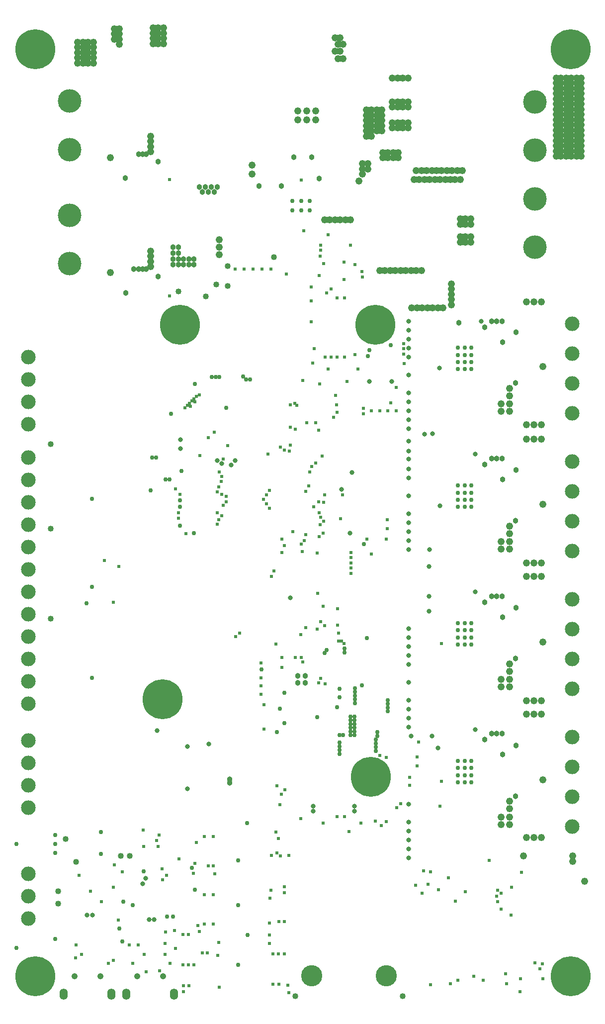
<source format=gbs>
%FSLAX25Y25*%
%MOIN*%
G70*
G01*
G75*
G04 Layer_Color=16711935*
%ADD10O,0.06102X0.01378*%
%ADD11R,0.12205X0.20079*%
%ADD12R,0.13583X0.07087*%
%ADD13R,0.02953X0.03740*%
%ADD14R,0.05500X0.05000*%
%ADD15R,0.05000X0.05500*%
%ADD16R,0.01575X0.05315*%
%ADD17R,0.11417X0.07480*%
G04:AMPARAMS|DCode=18|XSize=37.4mil|YSize=29.53mil|CornerRadius=0mil|HoleSize=0mil|Usage=FLASHONLY|Rotation=180.000|XOffset=0mil|YOffset=0mil|HoleType=Round|Shape=Octagon|*
%AMOCTAGOND18*
4,1,8,-0.01870,0.00738,-0.01870,-0.00738,-0.01132,-0.01476,0.01132,-0.01476,0.01870,-0.00738,0.01870,0.00738,0.01132,0.01476,-0.01132,0.01476,-0.01870,0.00738,0.0*
%
%ADD18OCTAGOND18*%

%ADD19R,0.03740X0.02953*%
G04:AMPARAMS|DCode=20|XSize=37.4mil|YSize=29.53mil|CornerRadius=0mil|HoleSize=0mil|Usage=FLASHONLY|Rotation=270.000|XOffset=0mil|YOffset=0mil|HoleType=Round|Shape=Octagon|*
%AMOCTAGOND20*
4,1,8,-0.00738,-0.01870,0.00738,-0.01870,0.01476,-0.01132,0.01476,0.01132,0.00738,0.01870,-0.00738,0.01870,-0.01476,0.01132,-0.01476,-0.01132,-0.00738,-0.01870,0.0*
%
%ADD20OCTAGOND20*%

%ADD21R,0.02362X0.05512*%
%ADD22O,0.06693X0.01378*%
%ADD23R,0.06299X0.03937*%
%ADD24R,0.06299X0.11811*%
%ADD25R,0.26378X0.26378*%
%ADD26R,0.11811X0.06299*%
%ADD27R,0.26378X0.26378*%
%ADD28R,0.04961X0.08071*%
%ADD29R,0.02559X0.01181*%
%ADD30R,0.02756X0.00984*%
%ADD31R,0.00984X0.02756*%
%ADD32R,0.09843X0.09843*%
%ADD33R,0.07100X0.07900*%
%ADD34O,0.08268X0.01181*%
%ADD35O,0.01181X0.08268*%
%ADD36O,0.07087X0.02362*%
%ADD37O,0.02362X0.06693*%
%ADD38O,0.06496X0.01299*%
%ADD39R,0.06299X0.15354*%
%ADD40R,0.03189X0.18110*%
%ADD41R,0.02402X0.18110*%
%ADD42R,0.16000X0.06000*%
%ADD43R,0.50394X0.13780*%
%ADD44R,0.13780X0.50394*%
%ADD45R,0.06000X0.16000*%
%ADD46O,0.06496X0.01181*%
%ADD47O,0.01181X0.06496*%
%ADD48O,0.06299X0.01772*%
%ADD49R,0.31496X0.08661*%
%ADD50R,0.06299X0.08307*%
%ADD51R,0.03150X0.02362*%
%ADD52R,0.05512X0.02362*%
%ADD53R,0.10000X0.05000*%
%ADD54R,0.01378X0.05906*%
%ADD55O,0.01378X0.05906*%
%ADD56R,0.12205X0.11811*%
%ADD57R,0.02441X0.04803*%
%ADD58R,0.10039X0.06102*%
%ADD59R,0.04803X0.02441*%
%ADD60R,0.05906X0.09843*%
%ADD61R,0.03150X0.02756*%
%ADD62O,0.00984X0.02165*%
%ADD63R,0.02362X0.04331*%
%ADD64R,0.02362X0.03150*%
%ADD65R,0.02992X0.08071*%
%ADD66R,0.07000X0.06000*%
%ADD67R,0.06300X0.10600*%
%ADD68R,0.05512X0.04724*%
%ADD69R,0.10630X0.03937*%
%ADD70R,0.03189X0.09646*%
%ADD71R,0.04331X0.03150*%
%ADD72R,0.09055X0.09252*%
%ADD73R,0.09252X0.09055*%
%ADD74R,0.03150X0.04331*%
%ADD75R,0.06000X0.07000*%
%ADD76R,0.04724X0.05512*%
%ADD77R,0.14488X0.05000*%
%ADD78R,0.05315X0.02362*%
%ADD79R,0.05315X0.04134*%
%ADD80C,0.06000*%
%ADD81R,0.04724X0.04331*%
%ADD82R,0.01969X0.03543*%
%ADD83R,0.03543X0.07874*%
%ADD84R,0.04331X0.05906*%
%ADD85R,0.03543X0.01772*%
%ADD86C,0.00700*%
%ADD87C,0.01200*%
%ADD88C,0.01000*%
%ADD89C,0.02000*%
%ADD90C,0.01500*%
%ADD91C,0.03000*%
%ADD92C,0.04160*%
%ADD93O,0.05413X0.07480*%
%ADD94C,0.09000*%
%ADD95C,0.26000*%
%ADD96C,0.12992*%
%ADD97C,0.15000*%
%ADD98C,0.04000*%
%ADD99C,0.03000*%
%ADD100C,0.02400*%
%ADD101C,0.00984*%
%ADD102C,0.02362*%
%ADD103C,0.00787*%
%ADD104C,0.00800*%
%ADD105C,0.00394*%
%ADD106C,0.00600*%
%ADD107R,0.05000X0.02791*%
%ADD108R,0.04800X0.02283*%
%ADD109R,0.04000X0.02902*%
%ADD110R,0.02630X0.03000*%
%ADD111R,0.02300X0.01306*%
%ADD112R,0.02050X0.01602*%
%ADD113R,0.07000X1.25000*%
%ADD114R,0.02039X0.03000*%
%ADD115R,0.03565X0.01969*%
%ADD116R,0.03300X0.01280*%
%ADD117R,0.01969X0.03565*%
%ADD118R,0.48000X0.04000*%
%ADD119R,0.08100X0.01800*%
%ADD120R,0.02000X0.06100*%
%ADD121R,0.02378X0.01575*%
%ADD122R,0.02056X0.04138*%
%ADD123R,0.02056X0.04138*%
%ADD124R,0.04138X0.02056*%
%ADD125R,0.01575X0.02378*%
%ADD126R,0.01575X0.02378*%
%ADD127R,0.06100X0.02000*%
%ADD128R,0.01800X0.08100*%
%ADD129R,0.18000X0.04000*%
%ADD130R,0.14383X0.07887*%
%ADD131R,0.03753X0.04540*%
%ADD132R,0.06300X0.05800*%
%ADD133R,0.05800X0.06300*%
G04:AMPARAMS|DCode=134|XSize=45.4mil|YSize=37.53mil|CornerRadius=0mil|HoleSize=0mil|Usage=FLASHONLY|Rotation=180.000|XOffset=0mil|YOffset=0mil|HoleType=Round|Shape=Octagon|*
%AMOCTAGOND134*
4,1,8,-0.02270,0.00938,-0.02270,-0.00938,-0.01332,-0.01876,0.01332,-0.01876,0.02270,-0.00938,0.02270,0.00938,0.01332,0.01876,-0.01332,0.01876,-0.02270,0.00938,0.0*
%
%ADD134OCTAGOND134*%

%ADD135R,0.04540X0.03753*%
G04:AMPARAMS|DCode=136|XSize=45.4mil|YSize=37.53mil|CornerRadius=0mil|HoleSize=0mil|Usage=FLASHONLY|Rotation=270.000|XOffset=0mil|YOffset=0mil|HoleType=Round|Shape=Octagon|*
%AMOCTAGOND136*
4,1,8,-0.00938,-0.02270,0.00938,-0.02270,0.01876,-0.01332,0.01876,0.01332,0.00938,0.02270,-0.00938,0.02270,-0.01876,0.01332,-0.01876,-0.01332,-0.00938,-0.02270,0.0*
%
%ADD136OCTAGOND136*%

%ADD137R,0.03162X0.06312*%
%ADD138R,0.07099X0.04737*%
%ADD139R,0.07099X0.12611*%
%ADD140R,0.27178X0.27178*%
%ADD141R,0.12611X0.07099*%
%ADD142R,0.27178X0.27178*%
%ADD143R,0.10642X0.10642*%
%ADD144R,0.07900X0.08700*%
%ADD145O,0.07887X0.03162*%
%ADD146O,0.03162X0.07493*%
%ADD147R,0.07099X0.16154*%
%ADD148R,0.03989X0.18910*%
%ADD149R,0.03202X0.18910*%
%ADD150R,0.16800X0.06800*%
%ADD151R,0.51194X0.14579*%
%ADD152R,0.14579X0.51194*%
%ADD153R,0.06800X0.16800*%
%ADD154R,0.32296X0.09461*%
%ADD155R,0.07099X0.09107*%
%ADD156R,0.03950X0.03162*%
%ADD157R,0.06312X0.03162*%
%ADD158R,0.10800X0.05800*%
%ADD159R,0.03241X0.05603*%
%ADD160R,0.10839X0.06902*%
%ADD161R,0.05603X0.03241*%
%ADD162R,0.06706X0.10642*%
%ADD163R,0.03162X0.05131*%
%ADD164R,0.03162X0.03950*%
%ADD165R,0.07800X0.06800*%
%ADD166R,0.07100X0.11400*%
%ADD167R,0.06312X0.05524*%
%ADD168R,0.11430X0.04737*%
%ADD169R,0.03989X0.10446*%
%ADD170R,0.05131X0.03950*%
%ADD171R,0.09855X0.10052*%
%ADD172R,0.10052X0.09855*%
%ADD173R,0.03950X0.05131*%
%ADD174R,0.06800X0.07800*%
%ADD175R,0.05524X0.06312*%
%ADD176R,0.15288X0.05800*%
%ADD177R,0.06115X0.03162*%
%ADD178R,0.06115X0.04934*%
%ADD179C,0.10724*%
%ADD180C,0.09800*%
%ADD181C,0.26800*%
%ADD182C,0.14192*%
%ADD183C,0.15800*%
%ADD184C,0.04800*%
%ADD185C,0.03200*%
%ADD186C,0.03800*%
D92*
X61760Y17890D02*
D03*
X44240D02*
D03*
X103760D02*
D03*
X86240D02*
D03*
D93*
X36957Y6079D02*
D03*
X69043D02*
D03*
X78957D02*
D03*
X111043D02*
D03*
D98*
X192500Y4579D02*
D03*
X264500D02*
D03*
X75500Y98579D02*
D03*
X81500D02*
D03*
X45500Y94579D02*
D03*
X38500Y110079D02*
D03*
X33500Y75079D02*
D03*
Y66579D02*
D03*
X114028Y477079D02*
D03*
X178000Y500079D02*
D03*
X147000Y494079D02*
D03*
X139500Y481579D02*
D03*
X147000Y480579D02*
D03*
X132500Y473579D02*
D03*
X28500Y374579D02*
D03*
Y257579D02*
D03*
Y318079D02*
D03*
D99*
X310500Y148092D02*
D03*
X306000D02*
D03*
X301500D02*
D03*
X310500Y152816D02*
D03*
X306000D02*
D03*
X301500D02*
D03*
X310500Y157541D02*
D03*
X306000D02*
D03*
X301500D02*
D03*
X310500Y162265D02*
D03*
X306000D02*
D03*
X301500D02*
D03*
X310500Y240392D02*
D03*
X306000D02*
D03*
X301500D02*
D03*
X310500Y245116D02*
D03*
X306000D02*
D03*
X301500D02*
D03*
X310500Y249841D02*
D03*
X306000D02*
D03*
X301500D02*
D03*
X310500Y254565D02*
D03*
X306000D02*
D03*
X301500D02*
D03*
X310500Y332692D02*
D03*
X306000D02*
D03*
X301500D02*
D03*
X310500Y337417D02*
D03*
X306000D02*
D03*
X301500D02*
D03*
X310500Y342141D02*
D03*
X306000D02*
D03*
X301500D02*
D03*
X310500Y346865D02*
D03*
X306000D02*
D03*
X301500D02*
D03*
X310500Y424992D02*
D03*
X306000D02*
D03*
X301500D02*
D03*
X310500Y429716D02*
D03*
X306000D02*
D03*
X301500D02*
D03*
X310500Y434441D02*
D03*
X306000D02*
D03*
X301500D02*
D03*
X310500Y439165D02*
D03*
X306000D02*
D03*
X301500D02*
D03*
X31500Y43079D02*
D03*
Y100579D02*
D03*
Y112579D02*
D03*
X5500Y37079D02*
D03*
X31500Y106579D02*
D03*
X5500D02*
D03*
X109000Y395079D02*
D03*
X95500Y343579D02*
D03*
X124500Y315079D02*
D03*
X141500Y419579D02*
D03*
X139000D02*
D03*
X136500D02*
D03*
X125000Y415079D02*
D03*
X159500Y418079D02*
D03*
X157500Y420079D02*
D03*
X162000Y418079D02*
D03*
X146000Y399079D02*
D03*
X105500Y351079D02*
D03*
X96500Y365579D02*
D03*
X99000D02*
D03*
X108000Y351079D02*
D03*
X116000Y356579D02*
D03*
X115000Y320079D02*
D03*
Y332579D02*
D03*
Y337079D02*
D03*
X160000Y120579D02*
D03*
X154000Y95579D02*
D03*
Y25579D02*
D03*
X160504Y45579D02*
D03*
X154000Y65579D02*
D03*
X254500Y195579D02*
D03*
Y198079D02*
D03*
Y200579D02*
D03*
Y203079D02*
D03*
X240500Y244579D02*
D03*
X225500Y235079D02*
D03*
X232500Y201079D02*
D03*
Y203579D02*
D03*
X246500Y176579D02*
D03*
X247500Y179079D02*
D03*
X222000Y179579D02*
D03*
X246500Y169079D02*
D03*
Y171579D02*
D03*
Y174079D02*
D03*
X229500Y192079D02*
D03*
Y189579D02*
D03*
Y187079D02*
D03*
Y184579D02*
D03*
Y182079D02*
D03*
X232000Y179579D02*
D03*
X229500D02*
D03*
X222000Y167079D02*
D03*
Y169579D02*
D03*
Y172079D02*
D03*
Y174579D02*
D03*
X62000Y114579D02*
D03*
Y100079D02*
D03*
X74500Y50079D02*
D03*
X76500Y41358D02*
D03*
X77000Y68079D02*
D03*
X125000Y76079D02*
D03*
X123000Y90500D02*
D03*
X110327Y58079D02*
D03*
X83358Y65579D02*
D03*
X106390Y58079D02*
D03*
X90716Y88468D02*
D03*
X52500Y268079D02*
D03*
X56000Y279079D02*
D03*
X232000Y189579D02*
D03*
X232500Y211079D02*
D03*
Y208579D02*
D03*
Y206079D02*
D03*
X232000Y182079D02*
D03*
Y184579D02*
D03*
Y187079D02*
D03*
Y192079D02*
D03*
X224500Y179579D02*
D03*
X247500Y181579D02*
D03*
X180000D02*
D03*
X237000Y213079D02*
D03*
X225500Y237579D02*
D03*
X213500Y236500D02*
D03*
X212000Y234500D02*
D03*
X222000Y205079D02*
D03*
Y210579D02*
D03*
X185063Y208142D02*
D03*
X185150Y187729D02*
D03*
X207000Y191579D02*
D03*
X56000Y218079D02*
D03*
X196177Y537646D02*
D03*
X190272D02*
D03*
X202083D02*
D03*
Y531347D02*
D03*
X190272D02*
D03*
X196177D02*
D03*
X56000Y338079D02*
D03*
X220350Y198429D02*
D03*
X241028Y433551D02*
D03*
X242000Y437579D02*
D03*
X169650Y223579D02*
D03*
X182150Y197229D02*
D03*
X256500Y441079D02*
D03*
X238500Y307579D02*
D03*
D100*
X218000Y392500D02*
D03*
X220500Y396079D02*
D03*
X128500Y367079D02*
D03*
X188500Y370079D02*
D03*
X189000Y374079D02*
D03*
X138500Y86579D02*
D03*
X256500Y402229D02*
D03*
X128000Y48079D02*
D03*
X185000Y54579D02*
D03*
X188000Y99079D02*
D03*
X358500Y16429D02*
D03*
X197000Y302579D02*
D03*
X101000Y112579D02*
D03*
X103000Y90079D02*
D03*
X70500Y268579D02*
D03*
X64500Y296579D02*
D03*
X144000Y333579D02*
D03*
X141000Y324079D02*
D03*
X146000Y336079D02*
D03*
X141500Y356079D02*
D03*
X189000Y386079D02*
D03*
X192232Y384579D02*
D03*
X125000Y403079D02*
D03*
X123000Y403579D02*
D03*
X124500Y405079D02*
D03*
X126000Y406579D02*
D03*
X128000Y407579D02*
D03*
X121500Y402000D02*
D03*
X120000Y400500D02*
D03*
X122000Y400000D02*
D03*
X138000Y382579D02*
D03*
X118500Y399000D02*
D03*
X134000Y379079D02*
D03*
X140000Y342579D02*
D03*
X141000Y346079D02*
D03*
X143000Y341079D02*
D03*
X112000Y344579D02*
D03*
X143000Y353079D02*
D03*
X142649Y349627D02*
D03*
X199500Y314079D02*
D03*
X204650Y332579D02*
D03*
X209500Y325579D02*
D03*
X183500Y231579D02*
D03*
X224000Y340579D02*
D03*
X112000Y36579D02*
D03*
X343500Y16429D02*
D03*
X356500Y23079D02*
D03*
X353000Y27079D02*
D03*
X306500Y74579D02*
D03*
X299575Y68189D02*
D03*
X327500Y71819D02*
D03*
X141500Y10579D02*
D03*
X121000Y11579D02*
D03*
X117500Y7579D02*
D03*
Y11579D02*
D03*
X289500Y132079D02*
D03*
X225000Y241079D02*
D03*
X223500Y242579D02*
D03*
X253500Y311079D02*
D03*
X171500Y200079D02*
D03*
Y183579D02*
D03*
X243500Y301079D02*
D03*
X295000Y84079D02*
D03*
X274000Y165079D02*
D03*
X283000Y88000D02*
D03*
X273000Y79079D02*
D03*
X281500Y79579D02*
D03*
X278500Y88579D02*
D03*
X288500Y76079D02*
D03*
X343000Y7579D02*
D03*
X187250Y12079D02*
D03*
X188000Y7079D02*
D03*
X175000Y45579D02*
D03*
X116980Y45894D02*
D03*
X120721D02*
D03*
X120760Y25579D02*
D03*
X124500D02*
D03*
X117000D02*
D03*
X137500Y72579D02*
D03*
Y92079D02*
D03*
Y53079D02*
D03*
X127000Y52079D02*
D03*
X137500Y111579D02*
D03*
X140500Y32079D02*
D03*
X141000Y40729D02*
D03*
X73650Y55579D02*
D03*
X76500Y88079D02*
D03*
X45150Y30429D02*
D03*
X45500Y39079D02*
D03*
X67000Y26579D02*
D03*
X70500Y28579D02*
D03*
X49000Y32579D02*
D03*
X62500Y68079D02*
D03*
X125000Y93500D02*
D03*
X114500Y96579D02*
D03*
X124000Y87079D02*
D03*
X190600Y315979D02*
D03*
X126000Y107579D02*
D03*
X81000Y39000D02*
D03*
X103500Y82579D02*
D03*
X106000Y85579D02*
D03*
X70500Y77579D02*
D03*
X55000Y75079D02*
D03*
X71000Y92579D02*
D03*
X47500Y85579D02*
D03*
X90500Y116079D02*
D03*
X100484Y105079D02*
D03*
X99500Y109079D02*
D03*
X90642Y105079D02*
D03*
X238000Y395079D02*
D03*
X107850Y552079D02*
D03*
X253500Y121579D02*
D03*
X246150Y122079D02*
D03*
X175000Y40079D02*
D03*
X176000Y492079D02*
D03*
X170000D02*
D03*
X164000D02*
D03*
X158000D02*
D03*
X175000Y331579D02*
D03*
X171000Y337579D02*
D03*
X173000Y340579D02*
D03*
Y334579D02*
D03*
X175000Y343579D02*
D03*
X201500Y346579D02*
D03*
X152000Y492079D02*
D03*
X147000Y373579D02*
D03*
X344000Y87579D02*
D03*
X199500Y343079D02*
D03*
X274000Y159079D02*
D03*
X253500Y164579D02*
D03*
X249000Y166079D02*
D03*
X358150Y26229D02*
D03*
X74000Y292579D02*
D03*
X176484Y286079D02*
D03*
X178000Y289579D02*
D03*
X133500Y33579D02*
D03*
X130000D02*
D03*
X208677Y414902D02*
D03*
X197500Y417461D02*
D03*
X204000Y429000D02*
D03*
X206000Y389079D02*
D03*
X200000D02*
D03*
X207000Y301579D02*
D03*
X183500Y225079D02*
D03*
X155000Y248079D02*
D03*
X275000Y175079D02*
D03*
X269000Y151179D02*
D03*
X229800Y302079D02*
D03*
Y298579D02*
D03*
Y295079D02*
D03*
Y291579D02*
D03*
Y288079D02*
D03*
X220500Y472579D02*
D03*
X232500Y495079D02*
D03*
Y434579D02*
D03*
X225500Y472579D02*
D03*
X225000Y496579D02*
D03*
Y485079D02*
D03*
X216500Y433079D02*
D03*
X198500Y310079D02*
D03*
X196500Y307579D02*
D03*
X196000Y123579D02*
D03*
X208000Y214579D02*
D03*
X209500Y217579D02*
D03*
X225500Y125079D02*
D03*
X220500D02*
D03*
X211000Y120579D02*
D03*
X228500Y115079D02*
D03*
X236500Y120579D02*
D03*
X250000Y119079D02*
D03*
X197500Y228579D02*
D03*
X220750Y264329D02*
D03*
X220650Y253229D02*
D03*
X221500Y242579D02*
D03*
Y248079D02*
D03*
X209500Y255579D02*
D03*
X199350Y251579D02*
D03*
X207000Y250579D02*
D03*
X192500Y231579D02*
D03*
X179500Y240579D02*
D03*
X212500Y214079D02*
D03*
X265500Y428579D02*
D03*
X265000Y435079D02*
D03*
Y438579D02*
D03*
Y442079D02*
D03*
X243500Y397079D02*
D03*
X249000D02*
D03*
X254500D02*
D03*
X260000D02*
D03*
X269000Y146079D02*
D03*
X290500Y148781D02*
D03*
Y241081D02*
D03*
X146000Y339579D02*
D03*
X140000Y328705D02*
D03*
X143000Y326579D02*
D03*
X140000Y320831D02*
D03*
X115000Y341079D02*
D03*
X114000Y328579D02*
D03*
Y325079D02*
D03*
X119000Y314579D02*
D03*
X108000Y474079D02*
D03*
X196500Y231579D02*
D03*
X211000Y266079D02*
D03*
X196000Y247079D02*
D03*
X211921Y253000D02*
D03*
X169500Y207079D02*
D03*
Y212579D02*
D03*
Y218079D02*
D03*
Y228079D02*
D03*
X208500Y328720D02*
D03*
X222795Y324783D02*
D03*
X211500Y323079D02*
D03*
X209000Y320579D02*
D03*
X211000Y315079D02*
D03*
X208500Y312579D02*
D03*
X212000Y340531D02*
D03*
X207500Y274579D02*
D03*
X208000Y336079D02*
D03*
X209500Y508079D02*
D03*
X208500Y487697D02*
D03*
X212500Y433079D02*
D03*
X229500Y508079D02*
D03*
X209500Y504579D02*
D03*
X214500Y515079D02*
D03*
X237000Y490256D02*
D03*
X237500Y486579D02*
D03*
X203000Y470579D02*
D03*
Y456579D02*
D03*
X220500Y433079D02*
D03*
X225500D02*
D03*
X238000Y398579D02*
D03*
X260000Y412579D02*
D03*
X206000Y362079D02*
D03*
X203500Y359579D02*
D03*
X202000Y356079D02*
D03*
X182500Y372579D02*
D03*
X185000Y370579D02*
D03*
X205000Y438579D02*
D03*
X216500Y478579D02*
D03*
X213500Y476079D02*
D03*
X203000Y480079D02*
D03*
X211500Y495500D02*
D03*
X210500Y366579D02*
D03*
X234500Y425079D02*
D03*
X152500Y245579D02*
D03*
X208000Y384079D02*
D03*
X174000Y368079D02*
D03*
X181500Y54579D02*
D03*
X185000Y74079D02*
D03*
Y78079D02*
D03*
X182500Y98579D02*
D03*
X180000Y100579D02*
D03*
X176500Y99079D02*
D03*
X131500Y53079D02*
D03*
X179500Y114579D02*
D03*
X181000Y110329D02*
D03*
X182000Y133079D02*
D03*
X185500Y143079D02*
D03*
X183000Y140079D02*
D03*
X180000Y145579D02*
D03*
X131500Y72579D02*
D03*
X134000Y92079D02*
D03*
X131500Y111579D02*
D03*
X263000Y133579D02*
D03*
X260500Y131079D02*
D03*
X209000Y500500D02*
D03*
X186500Y488579D02*
D03*
X185000Y33079D02*
D03*
X181500Y12579D02*
D03*
X177500Y33079D02*
D03*
X181000D02*
D03*
X177500Y12579D02*
D03*
X175350Y70429D02*
D03*
X175000Y53579D02*
D03*
X176000Y75579D02*
D03*
X322500Y95579D02*
D03*
X330500Y63079D02*
D03*
Y73579D02*
D03*
X337500Y77579D02*
D03*
X337000Y59079D02*
D03*
X328000Y68079D02*
D03*
Y75579D02*
D03*
X105000Y40079D02*
D03*
X91000Y32579D02*
D03*
X92500Y21079D02*
D03*
X105000Y32579D02*
D03*
X101500Y21579D02*
D03*
X105500Y47579D02*
D03*
X87000Y39079D02*
D03*
X111500Y48579D02*
D03*
X83500Y26500D02*
D03*
X108500Y26579D02*
D03*
X185000Y306500D02*
D03*
X183500Y311079D02*
D03*
Y302079D02*
D03*
X189000Y401079D02*
D03*
X193500Y400579D02*
D03*
X192000Y402079D02*
D03*
X219354Y407224D02*
D03*
X214500Y425079D02*
D03*
X227000Y416579D02*
D03*
X219850Y401079D02*
D03*
X211500Y335579D02*
D03*
X240500Y311079D02*
D03*
X254000Y318079D02*
D03*
Y324079D02*
D03*
X283000Y12488D02*
D03*
X296500Y13000D02*
D03*
X318256Y15244D02*
D03*
X301256D02*
D03*
X334000Y13000D02*
D03*
X312000Y18000D02*
D03*
X277500Y73500D02*
D03*
X333500Y19500D02*
D03*
X198000Y517579D02*
D03*
X196177Y551756D02*
D03*
X144000Y364579D02*
D03*
D180*
X13500Y56579D02*
D03*
Y86579D02*
D03*
Y71579D02*
D03*
Y388079D02*
D03*
Y403079D02*
D03*
Y418079D02*
D03*
Y433079D02*
D03*
Y200579D02*
D03*
Y215579D02*
D03*
Y245579D02*
D03*
Y230579D02*
D03*
Y320579D02*
D03*
Y335579D02*
D03*
Y365579D02*
D03*
Y350579D02*
D03*
Y260579D02*
D03*
Y275579D02*
D03*
Y305579D02*
D03*
Y290579D02*
D03*
X378000Y455379D02*
D03*
Y435379D02*
D03*
Y395379D02*
D03*
Y415379D02*
D03*
Y363079D02*
D03*
Y343079D02*
D03*
Y303079D02*
D03*
Y323079D02*
D03*
Y270779D02*
D03*
Y250779D02*
D03*
Y210779D02*
D03*
Y230779D02*
D03*
Y178479D02*
D03*
Y158479D02*
D03*
Y118479D02*
D03*
Y138479D02*
D03*
X13500Y176079D02*
D03*
Y161079D02*
D03*
Y146079D02*
D03*
Y131079D02*
D03*
D181*
X246000Y454579D02*
D03*
X18000Y17979D02*
D03*
X115000Y454579D02*
D03*
X377000Y17979D02*
D03*
X243000Y151579D02*
D03*
X103500Y203579D02*
D03*
X377000Y639479D02*
D03*
X18000D02*
D03*
D182*
X203319Y18232D02*
D03*
X253319D02*
D03*
D183*
X41000Y572079D02*
D03*
Y604579D02*
D03*
X353000Y604079D02*
D03*
Y571579D02*
D03*
Y539079D02*
D03*
Y506579D02*
D03*
X41000Y495579D02*
D03*
Y528079D02*
D03*
D184*
X347500Y378000D02*
D03*
X224500Y633000D02*
D03*
X221000D02*
D03*
X222500Y638000D02*
D03*
X219000D02*
D03*
X224500Y642500D02*
D03*
X221000D02*
D03*
X222500Y647000D02*
D03*
X219000D02*
D03*
X282500Y552000D02*
D03*
X279000D02*
D03*
X289500D02*
D03*
X286000D02*
D03*
X296500D02*
D03*
X293000D02*
D03*
X275500D02*
D03*
X272000D02*
D03*
X303000D02*
D03*
X299500D02*
D03*
X301000Y558000D02*
D03*
X277000D02*
D03*
X273500D02*
D03*
X297500D02*
D03*
X294000D02*
D03*
X290500D02*
D03*
X287000D02*
D03*
X284000D02*
D03*
X280500D02*
D03*
X304500D02*
D03*
X229500Y525079D02*
D03*
X226000D02*
D03*
X222500D02*
D03*
X219000D02*
D03*
X215500D02*
D03*
X212000D02*
D03*
X252500Y491079D02*
D03*
X249000D02*
D03*
X235000Y551079D02*
D03*
X237500Y555579D02*
D03*
X384000Y616579D02*
D03*
Y613079D02*
D03*
Y609579D02*
D03*
Y595579D02*
D03*
Y599079D02*
D03*
Y602579D02*
D03*
Y606079D02*
D03*
Y581579D02*
D03*
Y585079D02*
D03*
Y588579D02*
D03*
Y592079D02*
D03*
Y567579D02*
D03*
Y571079D02*
D03*
Y574579D02*
D03*
Y578079D02*
D03*
Y620079D02*
D03*
X381000Y616579D02*
D03*
Y613079D02*
D03*
Y609579D02*
D03*
Y595579D02*
D03*
Y599079D02*
D03*
Y602579D02*
D03*
Y606079D02*
D03*
Y581579D02*
D03*
Y585079D02*
D03*
Y588579D02*
D03*
Y592079D02*
D03*
Y567579D02*
D03*
Y571079D02*
D03*
Y574579D02*
D03*
Y578079D02*
D03*
Y620079D02*
D03*
X377500Y616579D02*
D03*
Y613079D02*
D03*
Y609579D02*
D03*
Y595579D02*
D03*
Y599079D02*
D03*
Y602579D02*
D03*
Y606079D02*
D03*
Y581579D02*
D03*
Y585079D02*
D03*
Y588579D02*
D03*
Y592079D02*
D03*
Y567579D02*
D03*
Y571079D02*
D03*
Y574579D02*
D03*
Y578079D02*
D03*
Y620079D02*
D03*
X374000Y616579D02*
D03*
Y613079D02*
D03*
Y609579D02*
D03*
Y595579D02*
D03*
Y599079D02*
D03*
Y602579D02*
D03*
Y606079D02*
D03*
Y581579D02*
D03*
Y585079D02*
D03*
Y588579D02*
D03*
Y592079D02*
D03*
Y567579D02*
D03*
Y571079D02*
D03*
Y574579D02*
D03*
Y578079D02*
D03*
Y620079D02*
D03*
X370500Y616579D02*
D03*
Y613079D02*
D03*
Y609579D02*
D03*
Y595579D02*
D03*
Y599079D02*
D03*
Y602579D02*
D03*
Y606079D02*
D03*
Y581579D02*
D03*
Y585079D02*
D03*
Y588579D02*
D03*
Y592079D02*
D03*
Y567579D02*
D03*
Y571079D02*
D03*
Y574579D02*
D03*
Y578079D02*
D03*
Y620079D02*
D03*
X367500Y616579D02*
D03*
Y613079D02*
D03*
Y609579D02*
D03*
Y595579D02*
D03*
Y599079D02*
D03*
Y602579D02*
D03*
Y606079D02*
D03*
Y581579D02*
D03*
Y585079D02*
D03*
Y588579D02*
D03*
Y592079D02*
D03*
Y567579D02*
D03*
Y571079D02*
D03*
Y574579D02*
D03*
Y578079D02*
D03*
Y620079D02*
D03*
X268000D02*
D03*
X264500D02*
D03*
X261000D02*
D03*
X257500D02*
D03*
X268000Y604079D02*
D03*
X264500D02*
D03*
X261000D02*
D03*
X257500D02*
D03*
X268000Y600579D02*
D03*
X264500D02*
D03*
X261000D02*
D03*
X257500D02*
D03*
X268000Y586579D02*
D03*
X264500D02*
D03*
X261000D02*
D03*
X257500D02*
D03*
X268000Y590079D02*
D03*
X264500D02*
D03*
X261000D02*
D03*
X257500D02*
D03*
X261500Y566579D02*
D03*
X258000D02*
D03*
X254500D02*
D03*
X251000D02*
D03*
X261500Y570079D02*
D03*
X258000D02*
D03*
X254500D02*
D03*
X251000D02*
D03*
X243500Y581079D02*
D03*
X240000D02*
D03*
Y584579D02*
D03*
X243500D02*
D03*
X247000D02*
D03*
X250500D02*
D03*
X240000Y588079D02*
D03*
X243500D02*
D03*
X247000D02*
D03*
X250500D02*
D03*
X240000Y591579D02*
D03*
X243500D02*
D03*
X247000D02*
D03*
X250500D02*
D03*
X240000Y595079D02*
D03*
X243500D02*
D03*
X247000D02*
D03*
X250500D02*
D03*
Y598579D02*
D03*
X247000D02*
D03*
X243500D02*
D03*
X240000D02*
D03*
X256000Y491079D02*
D03*
X259500D02*
D03*
X263000D02*
D03*
X266500D02*
D03*
X270000D02*
D03*
X273500D02*
D03*
X277000D02*
D03*
X303000Y513579D02*
D03*
X306500D02*
D03*
X310000D02*
D03*
X303000Y510079D02*
D03*
X306500D02*
D03*
X310000D02*
D03*
Y522079D02*
D03*
X306500D02*
D03*
X303000D02*
D03*
X310000Y525579D02*
D03*
X306500D02*
D03*
X303000D02*
D03*
X297000Y468079D02*
D03*
Y471579D02*
D03*
Y475079D02*
D03*
Y478579D02*
D03*
Y482079D02*
D03*
X291500Y466079D02*
D03*
X288000D02*
D03*
X284500D02*
D03*
X281000D02*
D03*
X277500D02*
D03*
X274000D02*
D03*
X270500D02*
D03*
X237500Y559079D02*
D03*
X241000D02*
D03*
X237500Y562579D02*
D03*
X241000D02*
D03*
X194000Y598079D02*
D03*
X200000D02*
D03*
X206000D02*
D03*
Y592079D02*
D03*
X200000D02*
D03*
X194000D02*
D03*
X345500Y98579D02*
D03*
X378500Y95079D02*
D03*
X386500Y81579D02*
D03*
X378500Y98579D02*
D03*
X330500Y119679D02*
D03*
Y124679D02*
D03*
X336000Y119679D02*
D03*
Y124679D02*
D03*
Y130179D02*
D03*
Y135179D02*
D03*
X330500Y211979D02*
D03*
Y216979D02*
D03*
X336000Y211979D02*
D03*
Y216979D02*
D03*
Y222479D02*
D03*
Y227479D02*
D03*
X330500Y304279D02*
D03*
Y309279D02*
D03*
X336000Y304279D02*
D03*
Y309279D02*
D03*
Y314779D02*
D03*
Y319779D02*
D03*
X358500Y149679D02*
D03*
Y241979D02*
D03*
Y334279D02*
D03*
X68500Y489579D02*
D03*
X336000Y412079D02*
D03*
Y407079D02*
D03*
Y401579D02*
D03*
Y396579D02*
D03*
X330500Y401579D02*
D03*
X358500Y426579D02*
D03*
X330500Y396579D02*
D03*
X357500Y378000D02*
D03*
X352500D02*
D03*
X347500Y111000D02*
D03*
X352500D02*
D03*
X357500D02*
D03*
Y193500D02*
D03*
X352500D02*
D03*
X347500D02*
D03*
Y202500D02*
D03*
X352500D02*
D03*
X357500D02*
D03*
Y286000D02*
D03*
X352500D02*
D03*
X347500D02*
D03*
Y295000D02*
D03*
X352500D02*
D03*
X357500D02*
D03*
Y470079D02*
D03*
X352500D02*
D03*
X347500D02*
D03*
X68500Y566579D02*
D03*
X357500Y387500D02*
D03*
X352500D02*
D03*
X347500D02*
D03*
X163500Y561579D02*
D03*
Y555579D02*
D03*
X141500Y511579D02*
D03*
Y506579D02*
D03*
Y501579D02*
D03*
X57000Y644079D02*
D03*
Y640579D02*
D03*
Y637079D02*
D03*
Y633579D02*
D03*
Y630079D02*
D03*
X53500D02*
D03*
Y633579D02*
D03*
Y637079D02*
D03*
Y640579D02*
D03*
Y644079D02*
D03*
X50000D02*
D03*
Y640579D02*
D03*
Y637079D02*
D03*
Y633579D02*
D03*
Y630079D02*
D03*
X46500Y644079D02*
D03*
Y640579D02*
D03*
Y637079D02*
D03*
Y633579D02*
D03*
Y630079D02*
D03*
X74500Y653079D02*
D03*
Y649579D02*
D03*
Y646079D02*
D03*
Y642579D02*
D03*
X71000Y653079D02*
D03*
Y649579D02*
D03*
Y646079D02*
D03*
X97000Y653579D02*
D03*
X100500D02*
D03*
X104000D02*
D03*
X97000Y650079D02*
D03*
Y646579D02*
D03*
Y643079D02*
D03*
X100500Y646579D02*
D03*
Y650079D02*
D03*
X104000D02*
D03*
Y646579D02*
D03*
Y643079D02*
D03*
X100500D02*
D03*
X95500Y581079D02*
D03*
Y577579D02*
D03*
Y574079D02*
D03*
Y570579D02*
D03*
Y493579D02*
D03*
Y497079D02*
D03*
Y500579D02*
D03*
Y504079D02*
D03*
D185*
X284500Y381579D02*
D03*
X92000Y83579D02*
D03*
X56200Y59079D02*
D03*
X90000Y80079D02*
D03*
X52800Y59079D02*
D03*
X149500Y360579D02*
D03*
X94200Y56079D02*
D03*
X97600D02*
D03*
X270000Y179079D02*
D03*
X257000Y416579D02*
D03*
X242000D02*
D03*
X232000Y128679D02*
D03*
X204500D02*
D03*
X232000Y132079D02*
D03*
X204500D02*
D03*
X282500Y304079D02*
D03*
X317000Y457079D02*
D03*
X268500Y445079D02*
D03*
Y457079D02*
D03*
Y376579D02*
D03*
Y364579D02*
D03*
Y251079D02*
D03*
Y239079D02*
D03*
X282000Y292579D02*
D03*
X268500Y115179D02*
D03*
Y121179D02*
D03*
Y97179D02*
D03*
Y103179D02*
D03*
Y109179D02*
D03*
Y133179D02*
D03*
Y197079D02*
D03*
Y203079D02*
D03*
Y245079D02*
D03*
Y227079D02*
D03*
Y233079D02*
D03*
Y185079D02*
D03*
Y191079D02*
D03*
Y215079D02*
D03*
X313000Y183479D02*
D03*
Y275779D02*
D03*
Y368079D02*
D03*
X289500Y333381D02*
D03*
X268500Y322079D02*
D03*
Y328079D02*
D03*
Y370079D02*
D03*
Y304079D02*
D03*
Y352079D02*
D03*
Y358079D02*
D03*
Y310079D02*
D03*
Y316079D02*
D03*
Y340079D02*
D03*
Y421079D02*
D03*
Y397079D02*
D03*
Y391079D02*
D03*
Y439079D02*
D03*
Y433079D02*
D03*
X289102Y425681D02*
D03*
X268500Y385079D02*
D03*
Y451079D02*
D03*
X278850Y381429D02*
D03*
X268500Y409079D02*
D03*
Y403079D02*
D03*
X284000Y179079D02*
D03*
X140000Y363579D02*
D03*
X143000Y361579D02*
D03*
X115500Y371579D02*
D03*
Y377579D02*
D03*
X230500Y355500D02*
D03*
X223390Y344468D02*
D03*
X229000Y315000D02*
D03*
X189000Y271500D02*
D03*
X99650Y182500D02*
D03*
X134500Y173500D02*
D03*
X120000Y172000D02*
D03*
X119972Y143500D02*
D03*
X288000Y171079D02*
D03*
X282000Y262500D02*
D03*
Y272579D02*
D03*
X152000Y363579D02*
D03*
D186*
X148500Y150079D02*
D03*
Y147579D02*
D03*
X124500Y495079D02*
D03*
Y498579D02*
D03*
X110500Y495079D02*
D03*
X114000Y506579D02*
D03*
Y502579D02*
D03*
X121000Y498579D02*
D03*
X117500D02*
D03*
X121000Y495079D02*
D03*
X117500D02*
D03*
X114000D02*
D03*
Y498579D02*
D03*
X100500Y564079D02*
D03*
X340500Y172679D02*
D03*
Y357279D02*
D03*
Y264979D02*
D03*
X340000Y230979D02*
D03*
Y138679D02*
D03*
Y323279D02*
D03*
X324000Y180579D02*
D03*
X327500D02*
D03*
X331000D02*
D03*
X319500Y176579D02*
D03*
X331480Y166630D02*
D03*
X324000Y272579D02*
D03*
X327500D02*
D03*
X331000D02*
D03*
X319500Y268579D02*
D03*
X331480Y258629D02*
D03*
X324000Y365079D02*
D03*
X327500D02*
D03*
X331000D02*
D03*
X319500Y361079D02*
D03*
X331480Y351130D02*
D03*
Y443129D02*
D03*
X319500Y453079D02*
D03*
X331000Y457079D02*
D03*
X327500D02*
D03*
X324000D02*
D03*
X198862Y214717D02*
D03*
X194138D02*
D03*
X198862Y219441D02*
D03*
X194138D02*
D03*
X340500Y449579D02*
D03*
X302000Y456079D02*
D03*
X340000Y415579D02*
D03*
X78185Y553079D02*
D03*
X78685Y476079D02*
D03*
X191500Y567079D02*
D03*
X203500D02*
D03*
X168000Y547579D02*
D03*
X208500Y552579D02*
D03*
X183000Y547579D02*
D03*
X132000Y547079D02*
D03*
X136000D02*
D03*
X140000D02*
D03*
X128000D02*
D03*
X130000Y543579D02*
D03*
X134000D02*
D03*
X138000D02*
D03*
X110500Y506579D02*
D03*
Y502579D02*
D03*
Y498579D02*
D03*
X87500Y569079D02*
D03*
X90000D02*
D03*
X92500D02*
D03*
Y492079D02*
D03*
X90000D02*
D03*
X87500D02*
D03*
X100500Y487079D02*
D03*
X84000Y492000D02*
D03*
M02*

</source>
